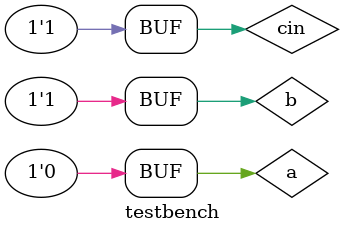
<source format=v>
`timescale 1ns/1ps

module testbench;
   reg a, b, cin;
   wire sum, cout;

   initial
     begin
	a = 0;
	b = 0;
	cin=0;
	#5 a = 1;
	#5 b = 1;
	#5 a = 0;
	#5 b = 0;
	#5 cin = 1;
	#5 a = 1;
	#5 b = 1;
	#5 a = 0;
	  end // initial begin
   fulladder uut(a, b, cin, cout, sum);
endmodule // testbench

</source>
